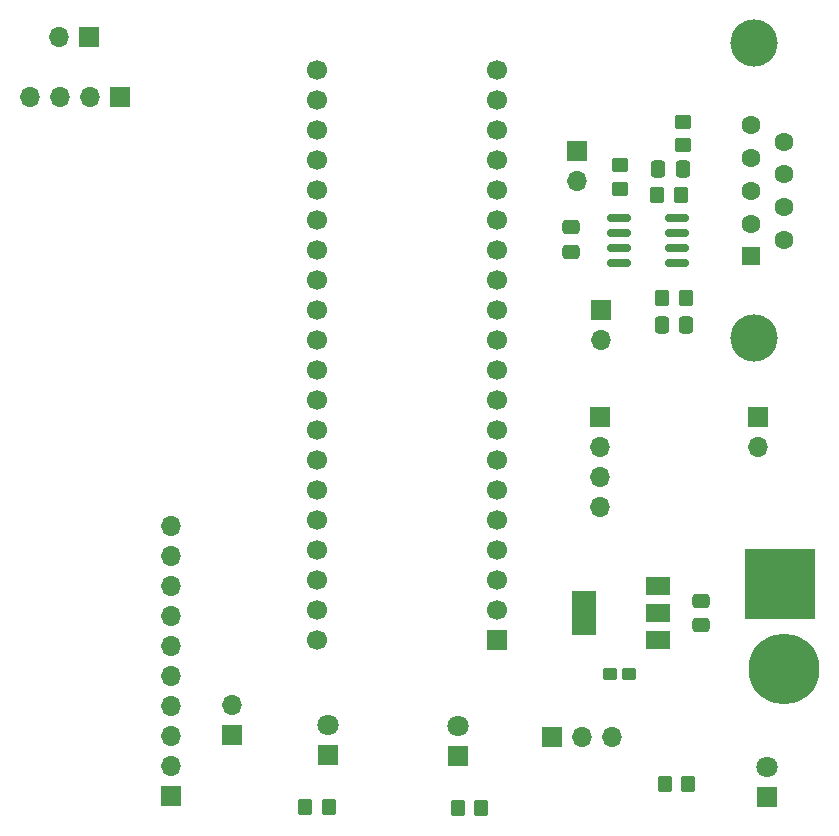
<source format=gbr>
%TF.GenerationSoftware,KiCad,Pcbnew,(6.0.6-0)*%
%TF.CreationDate,2022-07-18T23:44:10+05:30*%
%TF.ProjectId,GPS_INS_PCB,4750535f-494e-4535-9f50-43422e6b6963,rev?*%
%TF.SameCoordinates,Original*%
%TF.FileFunction,Soldermask,Top*%
%TF.FilePolarity,Negative*%
%FSLAX46Y46*%
G04 Gerber Fmt 4.6, Leading zero omitted, Abs format (unit mm)*
G04 Created by KiCad (PCBNEW (6.0.6-0)) date 2022-07-18 23:44:10*
%MOMM*%
%LPD*%
G01*
G04 APERTURE LIST*
G04 Aperture macros list*
%AMRoundRect*
0 Rectangle with rounded corners*
0 $1 Rounding radius*
0 $2 $3 $4 $5 $6 $7 $8 $9 X,Y pos of 4 corners*
0 Add a 4 corners polygon primitive as box body*
4,1,4,$2,$3,$4,$5,$6,$7,$8,$9,$2,$3,0*
0 Add four circle primitives for the rounded corners*
1,1,$1+$1,$2,$3*
1,1,$1+$1,$4,$5*
1,1,$1+$1,$6,$7*
1,1,$1+$1,$8,$9*
0 Add four rect primitives between the rounded corners*
20,1,$1+$1,$2,$3,$4,$5,0*
20,1,$1+$1,$4,$5,$6,$7,0*
20,1,$1+$1,$6,$7,$8,$9,0*
20,1,$1+$1,$8,$9,$2,$3,0*%
G04 Aperture macros list end*
%ADD10R,1.800000X1.800000*%
%ADD11C,1.800000*%
%ADD12R,1.700000X1.700000*%
%ADD13O,1.700000X1.700000*%
%ADD14RoundRect,0.150000X-0.825000X-0.150000X0.825000X-0.150000X0.825000X0.150000X-0.825000X0.150000X0*%
%ADD15RoundRect,0.250000X-0.350000X-0.450000X0.350000X-0.450000X0.350000X0.450000X-0.350000X0.450000X0*%
%ADD16RoundRect,0.250000X0.450000X-0.350000X0.450000X0.350000X-0.450000X0.350000X-0.450000X-0.350000X0*%
%ADD17RoundRect,0.250000X0.350000X0.450000X-0.350000X0.450000X-0.350000X-0.450000X0.350000X-0.450000X0*%
%ADD18R,6.000000X6.000000*%
%ADD19C,6.000000*%
%ADD20RoundRect,0.250000X0.337500X0.475000X-0.337500X0.475000X-0.337500X-0.475000X0.337500X-0.475000X0*%
%ADD21RoundRect,0.250000X-0.337500X-0.475000X0.337500X-0.475000X0.337500X0.475000X-0.337500X0.475000X0*%
%ADD22RoundRect,0.250000X0.475000X-0.337500X0.475000X0.337500X-0.475000X0.337500X-0.475000X-0.337500X0*%
%ADD23RoundRect,0.250000X-0.375000X-0.275000X0.375000X-0.275000X0.375000X0.275000X-0.375000X0.275000X0*%
%ADD24RoundRect,0.250000X-0.475000X0.337500X-0.475000X-0.337500X0.475000X-0.337500X0.475000X0.337500X0*%
%ADD25C,1.700000*%
%ADD26R,2.000000X1.500000*%
%ADD27R,2.000000X3.800000*%
%ADD28C,4.000000*%
%ADD29R,1.600000X1.600000*%
%ADD30C,1.600000*%
G04 APERTURE END LIST*
D10*
%TO.C,D3*%
X174700000Y-106275000D03*
D11*
X174700000Y-103735000D03*
%TD*%
D12*
%TO.C,120R JP*%
X158600000Y-51625000D03*
D13*
X158600000Y-54165000D03*
%TD*%
D14*
%TO.C,U3*%
X167075000Y-57295000D03*
X167075000Y-58565000D03*
X167075000Y-59835000D03*
X167075000Y-61105000D03*
X162125000Y-61105000D03*
X162125000Y-59835000D03*
X162125000Y-58565000D03*
X162125000Y-57295000D03*
%TD*%
D15*
%TO.C,R7*%
X135600000Y-107100000D03*
X137600000Y-107100000D03*
%TD*%
%TO.C,R6*%
X148500000Y-107200000D03*
X150500000Y-107200000D03*
%TD*%
D16*
%TO.C,R5*%
X162200000Y-54800000D03*
X162200000Y-52800000D03*
%TD*%
D15*
%TO.C,R4*%
X165400000Y-55300000D03*
X167400000Y-55300000D03*
%TD*%
D17*
%TO.C,R3*%
X167800000Y-64000000D03*
X165800000Y-64000000D03*
%TD*%
D16*
%TO.C,R2*%
X167600000Y-51100000D03*
X167600000Y-49100000D03*
%TD*%
D18*
%TO.C,Q1*%
X175800000Y-88237500D03*
D19*
X176105000Y-95437500D03*
%TD*%
D13*
%TO.C,J9*%
X129400000Y-98535000D03*
D12*
X129400000Y-101075000D03*
%TD*%
%TO.C,J8*%
X160600000Y-65025000D03*
D13*
X160600000Y-67565000D03*
%TD*%
D12*
%TO.C,J3*%
X173900000Y-74125000D03*
D13*
X173900000Y-76665000D03*
%TD*%
%TO.C,J2*%
X114735000Y-41900000D03*
D12*
X117275000Y-41900000D03*
%TD*%
%TO.C,J1*%
X156500000Y-101200000D03*
D13*
X159040000Y-101200000D03*
X161580000Y-101200000D03*
%TD*%
D10*
%TO.C,D2*%
X137500000Y-102700000D03*
D11*
X137500000Y-100160000D03*
%TD*%
D10*
%TO.C,D1*%
X148500000Y-102800000D03*
D11*
X148500000Y-100260000D03*
%TD*%
D20*
%TO.C,C5*%
X167537500Y-53100000D03*
X165462500Y-53100000D03*
%TD*%
D21*
%TO.C,C4*%
X165762500Y-66300000D03*
X167837500Y-66300000D03*
%TD*%
D22*
%TO.C,C3*%
X158100000Y-60137500D03*
X158100000Y-58062500D03*
%TD*%
D23*
%TO.C,C2*%
X161400000Y-95900000D03*
X163000000Y-95900000D03*
%TD*%
D24*
%TO.C,C1*%
X169100000Y-91737500D03*
X169100000Y-89662500D03*
%TD*%
D25*
%TO.C,U2*%
X136600000Y-93000000D03*
D12*
X151840000Y-93000000D03*
D25*
X136600000Y-90460000D03*
X151840000Y-90460000D03*
X136600000Y-87920000D03*
X151840000Y-87920000D03*
X136600000Y-85380000D03*
X151840000Y-85380000D03*
X136600000Y-82840000D03*
X151840000Y-82840000D03*
X136600000Y-80300000D03*
X151840000Y-80300000D03*
X136600000Y-77760000D03*
X151840000Y-77760000D03*
X136600000Y-75220000D03*
X151840000Y-75220000D03*
X136600000Y-72680000D03*
X151840000Y-72680000D03*
X136600000Y-70140000D03*
X151840000Y-70140000D03*
X136600000Y-67600000D03*
X151840000Y-67600000D03*
X136600000Y-65060000D03*
X151840000Y-65060000D03*
X136600000Y-62520000D03*
X151840000Y-62520000D03*
X136600000Y-59980000D03*
X151840000Y-59980000D03*
X136600000Y-57440000D03*
X151840000Y-57440000D03*
X136600000Y-54900000D03*
X151840000Y-54900000D03*
X136600000Y-52360000D03*
X151840000Y-52360000D03*
X136600000Y-49820000D03*
X151840000Y-49820000D03*
X136600000Y-47280000D03*
X151840000Y-47280000D03*
X136600000Y-44740000D03*
X151840000Y-44740000D03*
%TD*%
D26*
%TO.C,U1*%
X165450000Y-93000000D03*
D27*
X159150000Y-90700000D03*
D26*
X165450000Y-90700000D03*
X165450000Y-88400000D03*
%TD*%
D17*
%TO.C,R1*%
X168000000Y-105200000D03*
X166000000Y-105200000D03*
%TD*%
D28*
%TO.C,J7*%
X173600000Y-67460000D03*
X173600000Y-42460000D03*
D29*
X173300000Y-60500000D03*
D30*
X173300000Y-57730000D03*
X173300000Y-54960000D03*
X173300000Y-52190000D03*
X173300000Y-49420000D03*
X176140000Y-59115000D03*
X176140000Y-56345000D03*
X176140000Y-53575000D03*
X176140000Y-50805000D03*
%TD*%
D13*
%TO.C,J6*%
X124175000Y-83340000D03*
X124175000Y-85880000D03*
X124175000Y-88420000D03*
X124175000Y-90960000D03*
X124175000Y-93500000D03*
X124175000Y-96040000D03*
X124175000Y-98580000D03*
X124175000Y-101120000D03*
X124175000Y-103660000D03*
D12*
X124175000Y-106200000D03*
%TD*%
%TO.C,J5*%
X119900000Y-47025000D03*
D13*
X117360000Y-47025000D03*
X114820000Y-47025000D03*
X112280000Y-47025000D03*
%TD*%
D12*
%TO.C,J4*%
X160525000Y-74100000D03*
D13*
X160525000Y-76640000D03*
X160525000Y-79180000D03*
X160525000Y-81720000D03*
%TD*%
M02*

</source>
